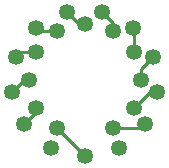
<source format=gbr>
%TF.GenerationSoftware,KiCad,Pcbnew,(6.0.9)*%
%TF.CreationDate,2023-01-27T17:59:37+01:00*%
%TF.ProjectId,adaptateur in 8 in 14,61646170-7461-4746-9575-7220696e2038,rev?*%
%TF.SameCoordinates,Original*%
%TF.FileFunction,Copper,L1,Top*%
%TF.FilePolarity,Positive*%
%FSLAX46Y46*%
G04 Gerber Fmt 4.6, Leading zero omitted, Abs format (unit mm)*
G04 Created by KiCad (PCBNEW (6.0.9)) date 2023-01-27 17:59:37*
%MOMM*%
%LPD*%
G01*
G04 APERTURE LIST*
%TA.AperFunction,ComponentPad*%
%ADD10C,1.346200*%
%TD*%
%TA.AperFunction,Conductor*%
%ADD11C,0.250000*%
%TD*%
G04 APERTURE END LIST*
D10*
%TO.P,IN14_corr1,0,0*%
%TO.N,Net-(IN14_corr1-Pad0)*%
X132382300Y-95449285D03*
%TO.P,IN14_corr1,1,1*%
%TO.N,Net-(IN14_corr1-Pad1)*%
X142567700Y-95449285D03*
%TO.P,IN14_corr1,2,2*%
%TO.N,Net-(IN14_corr1-Pad2)*%
X143619260Y-92678145D03*
%TO.P,IN14_corr1,3,3*%
%TO.N,Net-(IN14_corr1-Pad3)*%
X143261120Y-89739365D03*
%TO.P,IN14_corr1,4,4*%
%TO.N,Net-(IN14_corr1-Pad4)*%
X141579640Y-87300965D03*
%TO.P,IN14_corr1,5,5*%
%TO.N,Net-(IN14_corr1-Pad5)*%
X138955820Y-85924285D03*
%TO.P,IN14_corr1,6,6*%
%TO.N,Net-(IN14_corr1-Pad6)*%
X135994180Y-85924285D03*
%TO.P,IN14_corr1,7,7*%
%TO.N,Net-(IN14_corr1-Pad7)*%
X133370360Y-87300965D03*
%TO.P,IN14_corr1,8,8*%
%TO.N,Net-(IN14_corr1-Pad8)*%
X131688880Y-89739365D03*
%TO.P,IN14_corr1,9,9*%
%TO.N,Net-(IN14_corr1-Pad9)*%
X131330740Y-92678145D03*
%TO.P,IN14_corr1,A,A*%
%TO.N,/A*%
X137475000Y-98121365D03*
%TO.P,IN14_corr1,LHDP,LHDP*%
%TO.N,unconnected-(IN14_corr1-PadLHDP)*%
X140350280Y-97412705D03*
%TO.P,IN14_corr1,RHDP,RHDP*%
%TO.N,unconnected-(IN14_corr1-PadRHDP)*%
X134599720Y-97412705D03*
%TD*%
%TO.P,IN8_2,0,0*%
%TO.N,Net-(IN14_corr1-Pad0)*%
X133400480Y-94033825D03*
%TO.P,IN8_2,1,1*%
%TO.N,Net-(IN14_corr1-Pad1)*%
X139887640Y-95771185D03*
%TO.P,IN8_2,2,2*%
%TO.N,Net-(IN14_corr1-Pad2)*%
X141625000Y-94033825D03*
%TO.P,IN8_2,3,3*%
%TO.N,Net-(IN14_corr1-Pad3)*%
X142262540Y-91658925D03*
%TO.P,IN8_2,4,4*%
%TO.N,Net-(IN14_corr1-Pad4)*%
X141625000Y-89284025D03*
%TO.P,IN8_2,5,5*%
%TO.N,Net-(IN14_corr1-Pad5)*%
X139887640Y-87546665D03*
%TO.P,IN8_2,6,6*%
%TO.N,Net-(IN14_corr1-Pad6)*%
X137512740Y-86909125D03*
%TO.P,IN8_2,7,7*%
%TO.N,Net-(IN14_corr1-Pad7)*%
X135137840Y-87546665D03*
%TO.P,IN8_2,8,8*%
%TO.N,Net-(IN14_corr1-Pad8)*%
X133400480Y-89284025D03*
%TO.P,IN8_2,9,9*%
%TO.N,Net-(IN14_corr1-Pad9)*%
X132762940Y-91658925D03*
%TO.P,IN8_2,A,A*%
%TO.N,/A*%
X135137840Y-95771185D03*
%TD*%
D11*
%TO.N,/A*%
X137475000Y-98108345D02*
X137475000Y-98121365D01*
X135137840Y-95771185D02*
X137475000Y-98108345D01*
%TO.N,Net-(IN14_corr1-Pad9)*%
X132349960Y-91658925D02*
X131330740Y-92678145D01*
X132762940Y-91658925D02*
X132349960Y-91658925D01*
%TO.N,Net-(IN14_corr1-Pad8)*%
X132144220Y-89284025D02*
X131688880Y-89739365D01*
X133400480Y-89284025D02*
X132144220Y-89284025D01*
%TO.N,Net-(IN14_corr1-Pad7)*%
X133616060Y-87546665D02*
X133370360Y-87300965D01*
X135137840Y-87546665D02*
X133616060Y-87546665D01*
%TO.N,Net-(IN14_corr1-Pad6)*%
X137512740Y-86909125D02*
X136979020Y-86909125D01*
X136979020Y-86909125D02*
X135994180Y-85924285D01*
%TO.N,Net-(IN14_corr1-Pad5)*%
X139887640Y-86856105D02*
X138955820Y-85924285D01*
X139887640Y-87546665D02*
X139887640Y-86856105D01*
%TO.N,Net-(IN14_corr1-Pad4)*%
X141625000Y-87346325D02*
X141579640Y-87300965D01*
X141625000Y-89284025D02*
X141625000Y-87346325D01*
%TO.N,Net-(IN14_corr1-Pad3)*%
X142262540Y-91658925D02*
X142262540Y-90737945D01*
X142262540Y-90737945D02*
X143261120Y-89739365D01*
%TO.N,Net-(IN14_corr1-Pad2)*%
X141625000Y-94033825D02*
X142980680Y-92678145D01*
X142980680Y-92678145D02*
X143619260Y-92678145D01*
%TO.N,Net-(IN14_corr1-Pad1)*%
X142245800Y-95771185D02*
X142567700Y-95449285D01*
X139887640Y-95771185D02*
X142245800Y-95771185D01*
%TO.N,Net-(IN14_corr1-Pad0)*%
X133400480Y-94033825D02*
X133400480Y-94431105D01*
X133400480Y-94431105D02*
X132382300Y-95449285D01*
%TD*%
M02*

</source>
